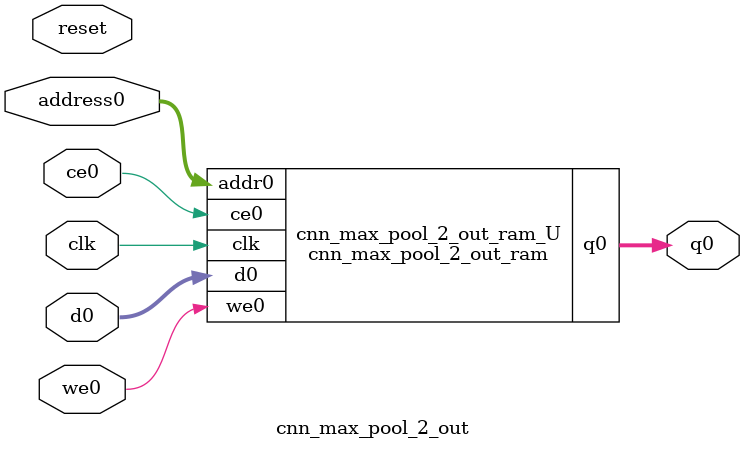
<source format=v>
`timescale 1 ns / 1 ps
module cnn_max_pool_2_out_ram (addr0, ce0, d0, we0, q0,  clk);

parameter DWIDTH = 32;
parameter AWIDTH = 11;
parameter MEM_SIZE = 1600;

input[AWIDTH-1:0] addr0;
input ce0;
input[DWIDTH-1:0] d0;
input we0;
output reg[DWIDTH-1:0] q0;
input clk;

(* ram_style = "block" *)reg [DWIDTH-1:0] ram[0:MEM_SIZE-1];




always @(posedge clk)  
begin 
    if (ce0) 
    begin
        if (we0) 
        begin 
            ram[addr0] <= d0; 
        end 
        q0 <= ram[addr0];
    end
end


endmodule

`timescale 1 ns / 1 ps
module cnn_max_pool_2_out(
    reset,
    clk,
    address0,
    ce0,
    we0,
    d0,
    q0);

parameter DataWidth = 32'd32;
parameter AddressRange = 32'd1600;
parameter AddressWidth = 32'd11;
input reset;
input clk;
input[AddressWidth - 1:0] address0;
input ce0;
input we0;
input[DataWidth - 1:0] d0;
output[DataWidth - 1:0] q0;



cnn_max_pool_2_out_ram cnn_max_pool_2_out_ram_U(
    .clk( clk ),
    .addr0( address0 ),
    .ce0( ce0 ),
    .we0( we0 ),
    .d0( d0 ),
    .q0( q0 ));

endmodule


</source>
